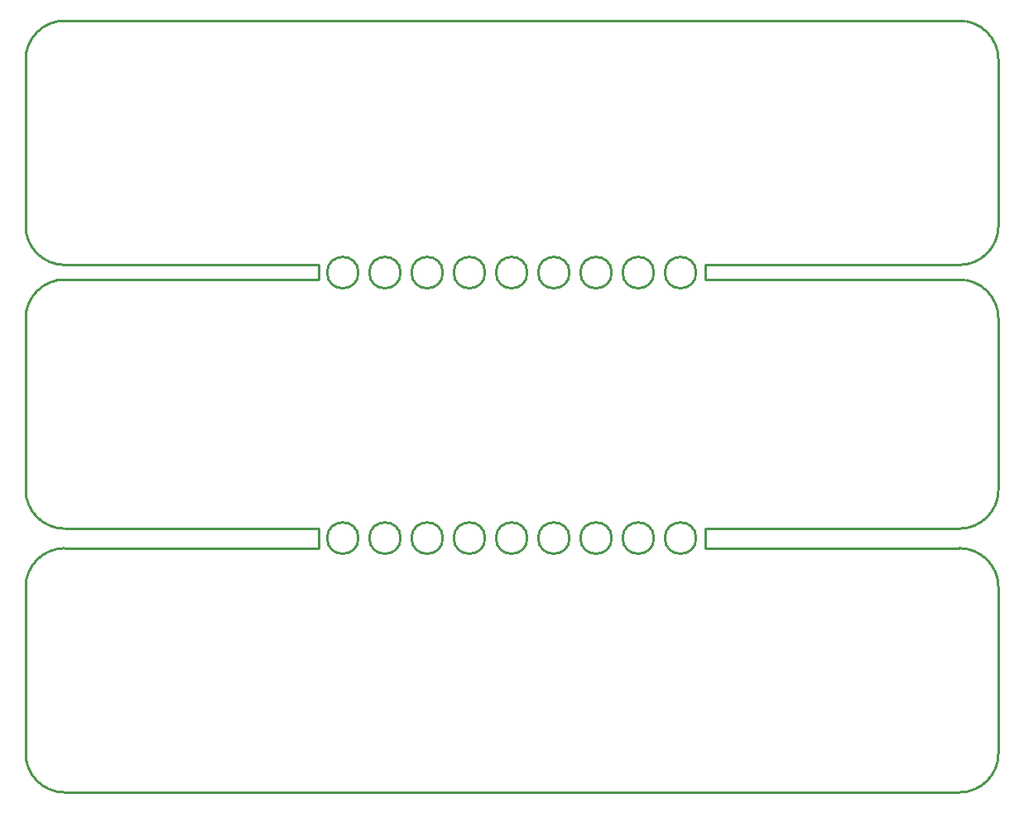
<source format=gko>
G04*
G04 #@! TF.GenerationSoftware,Altium Limited,Altium Designer,21.0.3 (12)*
G04*
G04 Layer_Color=16711935*
%FSLAX25Y25*%
%MOIN*%
G70*
G04*
G04 #@! TF.SameCoordinates,439F85FB-2BEC-417C-9B7D-EA87D0E056F6*
G04*
G04*
G04 #@! TF.FilePolarity,Positive*
G04*
G01*
G75*
%ADD12C,0.01000*%
D12*
X240299Y258000D02*
G03*
X240299Y258000I-6299J0D01*
G01*
X257299D02*
G03*
X257299Y258000I-6299J0D01*
G01*
X274299D02*
G03*
X274299Y258000I-6299J0D01*
G01*
X291299D02*
G03*
X291299Y258000I-6299J0D01*
G01*
X308299D02*
G03*
X308299Y258000I-6299J0D01*
G01*
X325299D02*
G03*
X325299Y258000I-6299J0D01*
G01*
X342299D02*
G03*
X342299Y258000I-6299J0D01*
G01*
X359299D02*
G03*
X359299Y258000I-6299J0D01*
G01*
X376299D02*
G03*
X376299Y258000I-6299J0D01*
G01*
Y365000D02*
G03*
X376299Y365000I-6299J0D01*
G01*
X359299D02*
G03*
X359299Y365000I-6299J0D01*
G01*
X342299D02*
G03*
X342299Y365000I-6299J0D01*
G01*
X325299D02*
G03*
X325299Y365000I-6299J0D01*
G01*
X308299D02*
G03*
X308299Y365000I-6299J0D01*
G01*
X291299D02*
G03*
X291299Y365000I-6299J0D01*
G01*
X274299D02*
G03*
X274299Y365000I-6299J0D01*
G01*
X257299D02*
G03*
X257299Y365000I-6299J0D01*
G01*
X240299D02*
G03*
X240299Y365000I-6299J0D01*
G01*
X122047Y362205D02*
G03*
X106299Y346457I0J-15748D01*
G01*
X122047Y253937D02*
G03*
X106299Y238189I0J-15748D01*
G01*
Y277559D02*
G03*
X122047Y261811I15748J0D01*
G01*
X106299Y383858D02*
G03*
X122047Y368110I15748J0D01*
G01*
X498032Y238189D02*
G03*
X482283Y253937I-15748J0D01*
G01*
X482283Y261811D02*
G03*
X498032Y277559I0J15748D01*
G01*
X498032Y346457D02*
G03*
X482283Y362205I-15748J0D01*
G01*
X482283Y368110D02*
G03*
X498032Y383858I0J15748D01*
G01*
X498032Y450787D02*
G03*
X482283Y466535I-15748J0D01*
G01*
X482283Y155512D02*
G03*
X498032Y171260I0J15748D01*
G01*
X122047Y466535D02*
G03*
X106299Y450787I0J-15748D01*
G01*
Y171260D02*
G03*
X122047Y155512I15748J0D01*
G01*
X379921Y362205D02*
Y368110D01*
Y362205D02*
X482283D01*
X379921Y368110D02*
X482283D01*
X498032Y450787D02*
X498032Y450787D01*
Y383858D02*
Y450787D01*
X498032Y346457D02*
X498032Y346457D01*
Y277559D02*
Y346457D01*
X498032Y175197D02*
X498032Y175197D01*
X498032Y175197D02*
Y238189D01*
X106299Y171260D02*
Y238189D01*
Y277559D02*
Y346457D01*
Y383858D02*
Y450787D01*
X379921Y253937D02*
X482283D01*
X379921Y261811D02*
X482283Y261811D01*
X379921Y253937D02*
Y261811D01*
X224410Y253937D02*
Y261811D01*
Y362205D02*
Y368110D01*
X122047Y253937D02*
X224410D01*
X122047Y261811D02*
X224410D01*
X122047Y362205D02*
X224410D01*
X122047Y368110D02*
X224410D01*
X498032Y171260D02*
Y175197D01*
X122047Y155512D02*
X482283D01*
X122047Y466535D02*
X482283D01*
M02*

</source>
